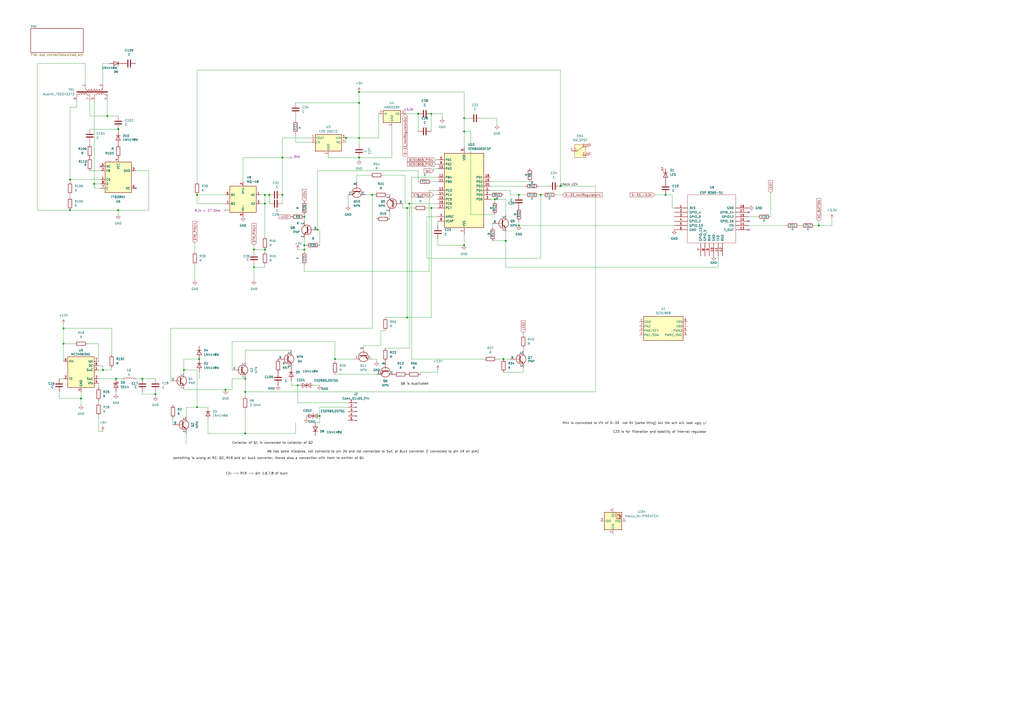
<source format=kicad_sch>
(kicad_sch (version 20250114) (generator "eeschema") (generator_version "9.0")
  (paper "A2")
  (junction (at 250.19 66.04))
  (junction (at 242.57 66.04))
  (junction (at 142.24 219.71))
  (junction (at 200.66 80.01))
  (junction (at 62.23 67.31))
  (junction (at 114.3 236.22))
  (junction (at 130.81 226.06))
  (junction (at 147.32 154.94))
  (junction (at 153.67 144.78))
  (junction (at 237.49 118.11))
  (junction (at 46.99 231.14))
  (junction (at 114.3 113.03))
  (junction (at 153.67 113.03))
  (junction (at 82.55 219.71))
  (junction (at 269.24 142.24))
  (junction (at 300.99 113.03))
  (junction (at 208.28 53.34))
  (junction (at 36.83 190.5))
  (junction (at 172.72 223.52))
  (junction (at 215.9 113.03))
  (junction (at 68.58 121.92))
  (junction (at 184.15 133.35))
  (junction (at 236.22 120.65))
  (junction (at 176.53 144.78))
  (junction (at 208.28 80.01))
  (junction (at 176.53 125.73))
  (junction (at 208.28 59.69))
  (junction (at 40.64 121.92))
  (junction (at 115.57 208.28))
  (junction (at 163.83 91.44))
  (junction (at 208.28 91.44))
  (junction (at 250.19 120.65))
  (junction (at 36.83 199.39))
  (junction (at 67.31 219.71))
  (junction (at 142.24 227.33))
  (junction (at 194.31 208.28))
  (junction (at 59.69 214.63))
  (junction (at 142.24 251.46))
  (junction (at 287.02 115.57))
  (junction (at 153.67 118.11))
  (junction (at 54.61 106.68))
  (junction (at 293.37 139.7))
  (junction (at 185.42 241.3))
  (junction (at 313.69 113.03))
  (junction (at 68.58 74.93))
  (junction (at 269.24 68.58))
  (junction (at 269.24 76.2))
  (junction (at 292.1 208.28))
  (junction (at 474.98 130.81))
  (junction (at 163.83 113.03))
  (junction (at 156.21 113.03))
  (junction (at 236.22 184.15))
  (junction (at 325.12 107.95))
  (junction (at 300.99 130.81))
  (junction (at 386.08 113.03))
  (junction (at 40.64 104.14))
  (junction (at 176.53 142.24))
  (junction (at 90.17 228.6))
  (junction (at 106.68 214.63))
  (junction (at 147.32 144.78))
  (no_connect (at 58.42 96.52))
  (no_connect (at 434.34 133.35))
  (no_connect (at 78.74 109.22))
  (no_connect (at 434.34 123.19))
  (no_connect (at 434.34 128.27))
  (wire (pts (xy 67.31 228.6) (xy 67.31 227.33)))
  (wire (pts (xy 185.42 236.22) (xy 185.42 241.3)))
  (wire (pts (xy 113.03 162.56) (xy 113.03 153.67)))
  (wire (pts (xy 279.4 68.58) (xy 288.29 68.58)))
  (wire (pts (xy 190.5 91.44) (xy 208.28 91.44)))
  (wire (pts (xy 82.55 219.71) (xy 90.17 219.71)))
  (wire (pts (xy 49.53 48.26) (xy 49.53 36.83)))
  (wire (pts (xy 78.74 99.06) (xy 86.36 99.06)))
  (wire (pts (xy 184.15 99.06) (xy 184.15 133.35)))
  (wire (pts (xy 208.28 53.34) (xy 269.24 53.34)))
  (wire (pts (xy 303.53 193.04) (xy 303.53 194.31)))
  (wire (pts (xy 314.96 113.03) (xy 313.69 113.03)))
  (wire (pts (xy 147.32 146.05) (xy 147.32 144.78)))
  (wire (pts (xy 303.53 201.93) (xy 303.53 203.2)))
  (wire (pts (xy 57.15 250.19) (xy 59.69 250.19)))
  (wire (pts (xy 43.18 199.39) (xy 36.83 199.39)))
  (wire (pts (xy 238.76 102.87) (xy 238.76 208.28)))
  (wire (pts (xy 176.53 144.78) (xy 176.53 146.05)))
  (wire (pts (xy 273.05 124.46) (xy 273.05 76.2)))
  (wire (pts (xy 64.77 205.74) (xy 64.77 190.5)))
  (wire (pts (xy 194.31 217.17) (xy 218.44 217.17)))
  (wire (pts (xy 114.3 214.63) (xy 106.68 214.63)))
  (wire (pts (xy 474.98 130.81) (xy 472.44 130.81)))
  (wire (pts (xy 134.62 214.63) (xy 134.62 198.12)))
  (wire (pts (xy 90.17 228.6) (xy 90.17 229.87)))
  (wire (pts (xy 184.15 99.06) (xy 242.57 99.06)))
  (wire (pts (xy 389.89 113.03) (xy 386.08 113.03)))
  (wire (pts (xy 106.68 208.28) (xy 106.68 214.63)))
  (wire (pts (xy 114.3 113.03) (xy 130.81 113.03)))
  (wire (pts (xy 166.37 91.44) (xy 163.83 91.44)))
  (wire (pts (xy 54.61 106.68) (xy 54.61 109.22)))
  (wire (pts (xy 300.99 113.03) (xy 295.91 113.03)))
  (wire (pts (xy 233.68 120.65) (xy 236.22 120.65)))
  (wire (pts (xy 250.19 120.65) (xy 254 120.65)))
  (wire (pts (xy 207.01 101.6) (xy 207.01 105.41)))
  (wire (pts (xy 46.99 227.33) (xy 46.99 231.14)))
  (wire (pts (xy 59.69 214.63) (xy 64.77 214.63)))
  (wire (pts (xy 57.15 224.79) (xy 57.15 222.25)))
  (wire (pts (xy 34.29 219.71) (xy 36.83 219.71)))
  (wire (pts (xy 172.72 233.68) (xy 172.72 223.52)))
  (wire (pts (xy 223.52 184.15) (xy 236.22 184.15)))
  (wire (pts (xy 247.65 125.73) (xy 247.65 149.86)))
  (wire (pts (xy 171.45 59.69) (xy 208.28 59.69)))
  (wire (pts (xy 142.24 219.71) (xy 142.24 227.33)))
  (wire (pts (xy 182.88 245.11) (xy 185.42 245.11)))
  (wire (pts (xy 242.57 76.2) (xy 242.57 66.04)))
  (wire (pts (xy 171.45 251.46) (xy 171.45 245.11)))
  (wire (pts (xy 168.91 223.52) (xy 172.72 223.52)))
  (wire (pts (xy 254 138.43) (xy 254 142.24)))
  (wire (pts (xy 208.28 53.34) (xy 208.28 59.69)))
  (wire (pts (xy 185.42 142.24) (xy 185.42 133.35)))
  (wire (pts (xy 416.56 148.59) (xy 416.56 154.94)))
  (wire (pts (xy 208.28 91.44) (xy 208.28 92.71)))
  (wire (pts (xy 52.07 74.93) (xy 68.58 74.93)))
  (wire (pts (xy 236.22 120.65) (xy 240.03 120.65)))
  (wire (pts (xy 44.45 58.42) (xy 44.45 62.23)))
  (wire (pts (xy 40.64 104.14) (xy 40.64 105.41)))
  (wire (pts (xy 234.95 118.11) (xy 237.49 118.11)))
  (wire (pts (xy 238.76 208.28) (xy 280.67 208.28)))
  (wire (pts (xy 312.42 113.03) (xy 313.69 113.03)))
  (wire (pts (xy 220.98 191.77) (xy 223.52 191.77)))
  (wire (pts (xy 389.89 120.65) (xy 391.16 120.65)))
  (wire (pts (xy 269.24 135.89) (xy 269.24 142.24)))
  (wire (pts (xy 171.45 82.55) (xy 180.34 82.55)))
  (wire (pts (xy 54.61 58.42) (xy 54.61 106.68)))
  (wire (pts (xy 194.31 208.28) (xy 194.31 209.55)))
  (wire (pts (xy 242.57 99.06) (xy 242.57 105.41)))
  (wire (pts (xy 287.02 124.46) (xy 273.05 124.46)))
  (wire (pts (xy 147.32 144.78) (xy 153.67 144.78)))
  (wire (pts (xy 106.68 214.63) (xy 106.68 215.9)))
  (wire (pts (xy 212.09 113.03) (xy 215.9 113.03)))
  (wire (pts (xy 176.53 142.24) (xy 176.53 138.43)))
  (wire (pts (xy 134.62 198.12) (xy 194.31 198.12)))
  (wire (pts (xy 106.68 208.28) (xy 115.57 208.28)))
  (wire (pts (xy 46.99 231.14) (xy 46.99 234.95)))
  (wire (pts (xy 67.31 219.71) (xy 71.12 219.71)))
  (wire (pts (xy 293.37 115.57) (xy 287.02 115.57)))
  (wire (pts (xy 247.65 149.86) (xy 313.69 149.86)))
  (wire (pts (xy 208.28 91.44) (xy 227.33 91.44)))
  (wire (pts (xy 207.01 101.6) (xy 214.63 101.6)))
  (wire (pts (xy 215.9 113.03) (xy 217.17 113.03)))
  (wire (pts (xy 190.5 90.17) (xy 190.5 91.44)))
  (wire (pts (xy 243.84 215.9) (xy 243.84 217.17)))
  (wire (pts (xy 62.23 67.31) (xy 68.58 67.31)))
  (wire (pts (xy 313.69 149.86) (xy 313.69 113.03)))
  (wire (pts (xy 215.9 113.03) (xy 215.9 190.5)))
  (wire (pts (xy 57.15 212.09) (xy 59.69 212.09)))
  (wire (pts (xy 86.36 99.06) (xy 86.36 121.92)))
  (wire (pts (xy 295.91 110.49) (xy 284.48 110.49)))
  (wire (pts (xy 223.52 201.93) (xy 237.49 201.93)))
  (wire (pts (xy 248.92 110.49) (xy 254 110.49)))
  (wire (pts (xy 176.53 157.48) (xy 248.92 157.48)))
  (wire (pts (xy 254 214.63) (xy 254 215.9)))
  (wire (pts (xy 325.12 107.95) (xy 345.44 107.95)))
  (wire (pts (xy 210.82 200.66) (xy 220.98 200.66)))
  (wire (pts (xy 176.53 125.73) (xy 176.53 128.27)))
  (wire (pts (xy 250.19 66.04) (xy 250.19 76.2)))
  (wire (pts (xy 140.97 105.41) (xy 140.97 91.44)))
  (wire (pts (xy 147.32 154.94) (xy 147.32 162.56)))
  (wire (pts (xy 222.25 101.6) (xy 234.95 101.6)))
  (wire (pts (xy 345.44 227.33) (xy 142.24 227.33)))
  (wire (pts (xy 237.49 201.93) (xy 237.49 118.11)))
  (wire (pts (xy 292.1 215.9) (xy 303.53 215.9)))
  (wire (pts (xy 44.45 62.23) (xy 40.64 62.23)))
  (wire (pts (xy 177.8 241.3) (xy 177.8 242.57)))
  (wire (pts (xy 57.15 233.68) (xy 57.15 232.41)))
  (wire (pts (xy 147.32 154.94) (xy 147.32 153.67)))
  (wire (pts (xy 226.06 113.03) (xy 224.79 113.03)))
  (wire (pts (xy 254 128.27) (xy 254 130.81)))
  (wire (pts (xy 434.34 125.73) (xy 439.42 125.73)))
  (wire (pts (xy 194.31 208.28) (xy 205.74 208.28)))
  (wire (pts (xy 474.98 128.27) (xy 474.98 130.81)))
  (wire (pts (xy 64.77 214.63) (xy 64.77 213.36)))
  (wire (pts (xy 163.83 80.01) (xy 163.83 91.44)))
  (wire (pts (xy 300.99 128.27) (xy 300.99 130.81)))
  (wire (pts (xy 285.75 132.08) (xy 285.75 129.54)))
  (wire (pts (xy 293.37 124.46) (xy 293.37 115.57)))
  (wire (pts (xy 293.37 154.94) (xy 293.37 139.7)))
  (wire (pts (xy 86.36 121.92) (xy 68.58 121.92)))
  (wire (pts (xy 389.89 120.65) (xy 389.89 113.03)))
  (wire (pts (xy 171.45 77.47) (xy 171.45 82.55)))
  (wire (pts (xy 59.69 36.83) (xy 59.69 48.26)))
  (wire (pts (xy 107.95 236.22) (xy 114.3 236.22)))
  (wire (pts (xy 142.24 227.33) (xy 142.24 229.87)))
  (wire (pts (xy 21.59 36.83) (xy 21.59 121.92)))
  (wire (pts (xy 201.93 233.68) (xy 172.72 233.68)))
  (wire (pts (xy 68.58 121.92) (xy 68.58 124.46)))
  (wire (pts (xy 482.6 127) (xy 482.6 130.81)))
  (wire (pts (xy 142.24 251.46) (xy 171.45 251.46)))
  (wire (pts (xy 46.99 231.14) (xy 34.29 231.14)))
  (wire (pts (xy 58.42 104.14) (xy 40.64 104.14)))
  (wire (pts (xy 271.78 68.58) (xy 269.24 68.58)))
  (wire (pts (xy 234.95 66.04) (xy 242.57 66.04)))
  (wire (pts (xy 58.42 99.06) (xy 52.07 99.06)))
  (wire (pts (xy 114.3 40.64) (xy 114.3 105.41)))
  (wire (pts (xy 78.74 219.71) (xy 82.55 219.71)))
  (wire (pts (xy 185.42 245.11) (xy 185.42 241.3)))
  (wire (pts (xy 273.05 76.2) (xy 269.24 76.2)))
  (wire (pts (xy 120.65 251.46) (xy 120.65 243.84)))
  (wire (pts (xy 288.29 68.58) (xy 288.29 72.39)))
  (wire (pts (xy 142.24 237.49) (xy 142.24 251.46)))
  (wire (pts (xy 185.42 133.35) (xy 184.15 133.35)))
  (wire (pts (xy 142.24 209.55) (xy 142.24 203.2)))
  (wire (pts (xy 153.67 118.11) (xy 153.67 137.16)))
  (wire (pts (xy 177.8 142.24) (xy 176.53 142.24)))
  (wire (pts (xy 312.42 107.95) (xy 317.5 107.95)))
  (wire (pts (xy 54.61 106.68) (xy 58.42 106.68)))
  (wire (pts (xy 434.34 130.81) (xy 455.93 130.81)))
  (wire (pts (xy 254 113.03) (xy 251.46 113.03)))
  (wire (pts (xy 325.12 40.64) (xy 325.12 107.95)))
  (wire (pts (xy 463.55 130.81) (xy 464.82 130.81)))
  (wire (pts (xy 52.07 67.31) (xy 62.23 67.31)))
  (wire (pts (xy 256.54 66.04) (xy 250.19 66.04)))
  (wire (pts (xy 293.37 134.62) (xy 293.37 139.7)))
  (wire (pts (xy 254 97.79) (xy 251.46 97.79)))
  (wire (pts (xy 220.98 191.77) (xy 220.98 200.66)))
  (wire (pts (xy 151.13 113.03) (xy 153.67 113.03)))
  (wire (pts (xy 172.72 144.78) (xy 176.53 144.78)))
  (wire (pts (xy 40.64 121.92) (xy 68.58 121.92)))
  (wire (pts (xy 238.76 102.87) (xy 254 102.87)))
  (wire (pts (xy 227.33 91.44) (xy 227.33 73.66)))
  (wire (pts (xy 300.99 113.03) (xy 304.8 113.03)))
  (wire (pts (xy 287.02 115.57) (xy 287.02 116.84)))
  (wire (pts (xy 218.44 208.28) (xy 218.44 209.55)))
  (wire (pts (xy 250.19 184.15) (xy 250.19 120.65)))
  (wire (pts (xy 201.93 236.22) (xy 185.42 236.22)))
  (wire (pts (xy 142.24 203.2) (xy 168.91 203.2)))
  (wire (pts (xy 151.13 118.11) (xy 153.67 118.11)))
  (wire (pts (xy 140.97 91.44) (xy 163.83 91.44)))
  (wire (pts (xy 208.28 83.82) (xy 208.28 80.01)))
  (wire (pts (xy 194.31 198.12) (xy 194.31 208.28)))
  (wire (pts (xy 233.68 120.65) (xy 233.68 118.11)))
  (wire (pts (xy 114.3 118.11) (xy 114.3 113.03)))
  (wire (pts (xy 57.15 214.63) (xy 59.69 214.63)))
  (wire (pts (xy 163.83 91.44) (xy 163.83 113.03)))
  (wire (pts (xy 134.62 226.06) (xy 134.62 219.71)))
  (wire (pts (xy 269.24 76.2) (xy 269.24 68.58)))
  (wire (pts (xy 153.67 154.94) (xy 153.67 153.67)))
  (wire (pts (xy 57.15 199.39) (xy 57.15 209.55)))
  (wire (pts (xy 36.83 190.5) (xy 36.83 199.39)))
  (wire (pts (xy 300.99 130.81) (xy 391.16 130.81)))
  (wire (pts (xy 49.53 36.83) (xy 21.59 36.83)))
  (wire (pts (xy 153.67 144.78) (xy 153.67 146.05)))
  (wire (pts (xy 269.24 76.2) (xy 269.24 85.09)))
  (wire (pts (xy 52.07 58.42) (xy 52.07 67.31)))
  (wire (pts (xy 62.23 58.42) (xy 62.23 67.31)))
  (wire (pts (xy 59.69 36.83) (xy 63.5 36.83)))
  (wire (pts (xy 40.64 62.23) (xy 40.64 104.14)))
  (wire (pts (xy 52.07 82.55) (xy 52.07 83.82)))
  (wire (pts (xy 168.91 220.98) (xy 168.91 223.52)))
  (wire (pts (xy 57.15 241.3) (xy 57.15 250.19)))
  (wire (pts (xy 176.53 142.24) (xy 176.53 144.78)))
  (wire (pts (xy 288.29 208.28) (xy 292.1 208.28)))
  (wire (pts (xy 36.83 187.96) (xy 36.83 190.5)))
  (wire (pts (xy 304.8 107.95) (xy 284.48 107.95)))
  (wire (pts (xy 285.75 139.7) (xy 293.37 139.7)))
  (wire (pts (xy 82.55 227.33) (xy 82.55 228.6)))
  (wire (pts (xy 21.59 121.92) (xy 40.64 121.92)))
  (wire (pts (xy 236.22 184.15) (xy 236.22 120.65)))
  (wire (pts (xy 200.66 80.01) (xy 200.66 82.55)))
  (wire (pts (xy 226.06 127) (xy 226.06 123.19)))
  (wire (pts (xy 113.03 146.05) (xy 113.03 140.97)))
  (wire (pts (xy 176.53 153.67) (xy 176.53 157.48)))
  (wire (pts (xy 176.53 124.46) (xy 176.53 125.73)))
  (wire (pts (xy 201.93 113.03) (xy 201.93 119.38)))
  (wire (pts (xy 208.28 59.69) (xy 208.28 80.01)))
  (wire (pts (xy 153.67 113.03) (xy 153.67 118.11)))
  (wire (pts (xy 218.44 208.28) (xy 215.9 208.28)))
  (wire (pts (xy 247.65 120.65) (xy 250.19 120.65)))
  (wire (pts (xy 237.49 118.11) (xy 254 118.11)))
  (wire (pts (xy 287.02 115.57) (xy 284.48 115.57)))
  (wire (pts (xy 36.83 199.39) (xy 36.83 209.55)))
  (wire (pts (xy 185.42 223.52) (xy 181.61 223.52)))
  (wire (pts (xy 58.42 109.22) (xy 54.61 109.22)))
  (wire (pts (xy 284.48 105.41) (xy 307.34 105.41)))
  (wire (pts (xy 114.3 118.11) (xy 130.81 118.11)))
  (wire (pts (xy 107.95 251.46) (xy 107.95 257.81)))
  (wire (pts (xy 106.68 226.06) (xy 130.81 226.06)))
  (wire (pts (xy 34.29 227.33) (xy 34.29 231.14)))
  (wire (pts (xy 147.32 144.78) (xy 147.32 142.24)))
  (wire (pts (xy 251.46 97.79) (xy 251.46 99.06)))
  (wire (pts (xy 130.81 226.06) (xy 134.62 226.06)))
  (wire (pts (xy 171.45 67.31) (xy 171.45 69.85)))
  (wire (pts (xy 172.72 223.52) (xy 173.99 223.52)))
  (wire (pts (xy 379.73 113.03) (xy 386.08 113.03)))
  (wire (pts (xy 345.44 107.95) (xy 345.44 227.33)))
  (wire (pts (xy 163.83 80.01) (xy 180.34 80.01)))
  (wire (pts (xy 134.62 219.71) (xy 142.24 219.71)))
  (wire (pts (xy 147.32 154.94) (xy 153.67 154.94)))
  (wire (pts (xy 252.73 92.71) (xy 254 92.71)))
  (wire (pts (xy 57.15 199.39) (xy 50.8 199.39)))
  (wire (pts (xy 247.65 125.73) (xy 254 125.73)))
  (wire (pts (xy 107.95 241.3) (xy 107.95 236.22)))
  (wire (pts (xy 322.58 113.03) (xy 326.39 113.03)))
  (wire (pts (xy 269.24 142.24) (xy 254 142.24)))
  (wire (pts (xy 236.22 184.15) (xy 250.19 184.15)))
  (wire (pts (xy 292.1 208.28) (xy 295.91 208.28)))
  (wire (pts (xy 57.15 219.71) (xy 67.31 219.71)))
  (wire (pts (xy 447.04 111.76) (xy 447.04 125.73)))
  (wire (pts (xy 163.83 113.03) (xy 163.83 118.11)))
  (wire (pts (xy 248.92 157.48) (xy 248.92 110.49)))
  (wire (pts (xy 269.24 68.58) (xy 269.24 53.34)))
  (wire (pts (xy 120.65 251.46) (xy 142.24 251.46)))
  (wire (pts (xy 99.06 190.5) (xy 215.9 190.5)))
  (wire (pts (xy 208.28 80.01) (xy 219.71 80.01)))
  (wire (pts (xy 90.17 227.33) (xy 90.17 228.6)))
  (wire (pts (xy 295.91 113.03) (xy 295.91 110.49)))
  (wire (pts (xy 234.95 101.6) (xy 234.95 118.11)))
  (wire (pts (xy 256.54 68.58) (xy 256.54 66.04)))
  (wire (pts (xy 114.3 236.22) (xy 120.65 236.22)))
  (wire (pts (xy 99.06 190.5) (xy 99.06 220.98)))
  (wire (pts (xy 115.57 219.71) (xy 115.57 215.9)))
  (wire (pts (xy 416.56 154.94) (xy 293.37 154.94)))
  (wire (pts (xy 153.67 113.03) (xy 156.21 113.03)))
  (wire (pts (xy 219.71 80.01) (xy 219.71 66.04)))
  (wire (pts (xy 482.6 130.81) (xy 474.98 130.81)))
  (wire (pts (xy 200.66 80.01) (xy 208.28 80.01)))
  (wire (pts (xy 40.64 114.3) (xy 40.64 113.03)))
  (wire (pts (xy 64.77 190.5) (xy 36.83 190.5)))
  (wire (pts (xy 114.3 236.22) (xy 114.3 214.63)))
  (wire (pts (xy 252.73 95.25) (xy 254 95.25)))
  (wire (pts (xy 325.12 40.64) (xy 114.3 40.64)))
  (wire (pts (xy 59.69 212.09) (xy 59.69 214.63)))
  (wire (pts (xy 254 215.9) (xy 243.84 215.9)))
  (wire (pts (xy 100.33 242.57) (xy 100.33 246.38)))
  (wire (pts (xy 303.53 215.9) (xy 303.53 213.36)))
  (wire (pts (xy 68.58 74.93) (xy 68.58 76.2)))
  (wire (pts (xy 250.19 105.41) (xy 254 105.41)))
  (wire (pts (xy 156.21 113.03) (xy 156.21 118.11)))
  (wire (pts (xy 82.55 228.6) (xy 90.17 228.6)))
  (label "R6 has some mistakes. not connectd to pin 20 and not connected to SwC of Buck converter (i connected to pin 19 on stm)" (at 154.94 262.89 0))
  (label "R44 is connceted to Vin of 5-33  not 5V (same thing) but the sch will look ugly :{slash}" (at 326.39 246.38 0))
  (label "check c24" (at 325.12 107.95 0))
  (label "Q6 is duplicated" (at 232.41 223.52 0))
  (label "12v -> R19 -> pin 1,6,7,8 of buck" (at 130.81 275.59 0))
  (label "Collector of Q1 is connected to collector of Q2" (at 134.62 257.81 0))
  (label "C23 is for filteration and stability of internal regulator" (at 355.6 251.46 0))
  (label "something is wrong at R2, Q2, R19 and all buck converter, theres also a connection with them to emitter of Q4" (at 100.33 266.7 0))
  (global_label "LED2" (shape input) (at 168.91 125.73 180) (property "Intersheetrefs" "${INTERSHEET_REFS}" (effects (hide yes))))
  (global_label "STM_PIN14" (shape input) (at 113.03 140.97 90) (property "Intersheetrefs" "${INTERSHEET_REFS}" (effects (hide yes))))
  (global_label "LED2" (shape input) (at 303.53 193.04 90) (property "Intersheetrefs" "${INTERSHEET_REFS}" (effects (hide yes))))
  (global_label "STM_PIN14" (shape input) (at 147.32 142.24 90) (property "Intersheetrefs" "${INTERSHEET_REFS}" (effects (hide yes))))
  (global_label "LED4" (shape input) (at 176.53 116.84 90) (property "Intersheetrefs" "${INTERSHEET_REFS}" (effects (hide yes))))
  (global_label "LED7" (shape input) (at 447.04 111.76 90) (property "Intersheetrefs" "${INTERSHEET_REFS}" (effects (hide yes))))
  (global_label "SC5180B_PIN2" (shape input) (at 252.73 95.25 180) (property "Intersheetrefs" "${INTERSHEET_REFS}" (effects (hide yes))))
  (global_label "tp1" (shape input) (at 251.46 99.06 180) (property "Intersheetrefs" "${INTERSHEET_REFS}" (effects (hide yes))))
  (global_label "STM_PIN14" (shape input) (at 251.46 113.03 180) (property "Intersheetrefs" "${INTERSHEET_REFS}" (effects (hide yes))))
  (global_label "SC5180B_PIN4" (shape input) (at 252.73 92.71 180) (property "Intersheetrefs" "${INTERSHEET_REFS}" (effects (hide yes))))
  (global_label "5-33_+3.3V" (shape input) (at 379.73 113.03 180) (property "Intersheetrefs" "${INTERSHEET_REFS}" (effects (hide yes))))
  (global_label "5-33_VoltRegulatorIn" (shape input) (at 326.39 113.03 0) (property "Intersheetrefs" "${INTERSHEET_REFS}" (effects (hide yes))))
  (global_label "5-33_VoltRegulatorOut" (shape input) (at 234.95 66.04 270) (property "Intersheetrefs" "${INTERSHEET_REFS}" (effects (hide yes))))
  (global_label "NC_BUTTON" (shape input) (at 474.98 128.27 90) (property "Intersheetrefs" "${INTERSHEET_REFS}" (effects (hide yes))))
  (netclass_flag "" (length 2.54) (shape round) (at 133.35 121.92 90) (property "Netclass" "R_in = 27 Ohm" (at 112.776 122.174 0) (effects (justify left))))
  (netclass_flag "" (length 2.54) (shape round) (at 234.95 66.04 0) (property "Netclass" "3.3V" (at 235.6485 63.5 0) (effects (justify left))))
  (netclass_flag "" (length 2.54) (shape round) (at 166.37 91.44 270) (property "Netclass" "5VA" (at 170.434 90.932 0) (effects (justify left))))
  (symbol (lib_id "Device:R") (at 52.07 95.25 180) (unit 1)
    (property "Reference" "R110" (at 45.466 93.726 0) (effects (justify right)))
    (property "Value" "R" (at 48.768 95.758 0) (effects (justify right)))
    (property "Description" "Resistor" (effects (hide yes)))
  )
  (symbol (lib_id "power:GND") (at 177.8 242.57 0) (unit 1)
    (property "Reference" "#PWR016" (effects (hide yes)))
    (property "Value" "GND" (at 180.848 244.602 0))
    (property "Description" "Power symbol creates a global label with name \"GND\" , ground" (effects (hide yes)))
  )
  (symbol (lib_id "Device:R") (at 64.77 209.55 0) (unit 1)
    (property "Reference" "R19?" (at 67.31 208.2799 0) (effects (justify left)))
    (property "Value" "R" (at 67.31 210.8199 0) (effects (justify left)))
    (property "Description" "Resistor" (effects (hide yes)))
  )
  (symbol (lib_id "Diode:1N4148W") (at 68.58 80.01 270) (unit 1)
    (property "Reference" "D10" (at 71.12 78.7399 90) (effects (justify left)))
    (property "Value" "1N4148W" (at 71.12 81.026 90) (effects (justify left)))
    (property "Footprint" "Diode_SMD:D_SOD-123" (effects (hide yes)))
    (property "Datasheet" "https://www.vishay.com/docs/85748/1n4148w.pdf" (effects (hide yes)))
    (property "Description" "75V 0.15A Fast Switching Diode, SOD-123" (effects (hide yes)))
    (property "Sim.Device" "D" (effects (hide yes)))
    (property "Sim.Pins" "1=K 2=A" (effects (hide yes)))
  )
  (symbol (lib_id "power:GND") (at 130.81 226.06 0) (unit 1)
    (property "Reference" "#PWR02" (effects (hide yes)))
    (property "Value" "GND" (at 130.81 231.14 0))
    (property "Description" "Power symbol creates a global label with name \"GND\" , ground" (effects (hide yes)))
  )
  (symbol (lib_id "Simulation_SPICE:PNP") (at 300.99 208.28 0) (unit 1)
    (property "Reference" "Q7" (at 306.07 207.518 0) (effects (justify left)))
    (property "Value" "PNP" (at 306.07 209.5499 0) (effects (justify left)))
    (property "Datasheet" "https://ngspice.sourceforge.io/docs/ngspice-html-manual/manual.xhtml#cha_BJTs" (effects (hide yes)))
    (property "Description" "Bipolar transistor symbol for simulation only, substrate tied to the emitter" (effects (hide yes)))
    (property "Sim.Device" "PNP" (effects (hide yes)))
    (property "Sim.Type" "GUMMELPOON" (effects (hide yes)))
    (property "Sim.Pins" "1=C 2=B 3=E" (effects (hide yes)))
  )
  (symbol (lib_id "Device:R") (at 57.15 237.49 0) (unit 1)
    (property "Reference" "R28" (at 59.69 236.2199 0) (effects (justify left)))
    (property "Value" "R" (at 59.69 238.7599 0) (effects (justify left)))
    (property "Description" "Resistor" (effects (hide yes)))
  )
  (symbol (lib_id "Device:R") (at 46.99 199.39 90) (unit 1)
    (property "Reference" "R19" (at 46.99 193.04 90))
    (property "Value" "R" (at 46.99 195.58 90))
    (property "Description" "Resistor" (effects (hide yes)))
  )
  (symbol (lib_id "MCU_ST_STM8:STM8S003F3P") (at 269.24 110.49 0) (unit 1)
    (property "Reference" "U10" (at 271.3833 83.82 0) (effects (justify left)))
    (property "Value" "STM8S003F3P" (at 271.3833 86.36 0) (effects (justify left)))
    (property "Footprint" "Package_SO:TSSOP-20_4.4x6.5mm_P0.65mm" (effects (hide yes)))
    (property "Datasheet" "http://www.st.com/st-web-ui/static/active/en/resource/technical/document/datasheet/DM00024550.pdf" (effects (hide yes)))
    (property "Description" "16MHz, 8K Flash, 1K RAM, 128 EEPROM, USART, I²C, SPI, TSSOP-20" (effects (hide yes)))
  )
  (symbol (lib_id "power:GND") (at 208.28 92.71 0) (unit 1)
    (property "Reference" "#PWR010" (effects (hide yes)))
    (property "Value" "GND" (at 208.28 97.79 0))
    (property "Description" "Power symbol creates a global label with name \"GND\" , ground" (effects (hide yes)))
  )
  (symbol (lib_id "Regulator_Switching:MC34063AD") (at 46.99 214.63 0) (unit 1)
    (property "Reference" "U5" (at 46.99 203.2 0))
    (property "Value" "MC34063AG" (at 46.736 205.486 0))
    (property "Footprint" "Package_SO:SOIC-8_3.9x4.9mm_P1.27mm" (effects (hide yes)))
    (property "Datasheet" "http://www.onsemi.com/pub_link/Collateral/MC34063A-D.PDF" (effects (hide yes)))
    (property "Description" "1.5A, step-up/down/inverting switching regulator, 3-40V Vin, 100kHz, SO-8" (effects (hide yes)))
  )
  (symbol (lib_id "Device:C") (at 90.17 223.52 0) (unit 1)
    (property "Reference" "C18" (at 93.98 222.2499 0) (effects (justify left)))
    (property "Value" "C" (at 93.98 224.7899 0) (effects (justify left)))
    (property "Description" "Unpolarized capacitor" (effects (hide yes)))
  )
  (symbol (lib_id "Device:R") (at 318.77 113.03 90) (unit 1)
    (property "Reference" "R44" (at 318.77 113.03 90))
    (property "Value" "R" (at 318.77 115.316 90))
    (property "Description" "Resistor" (effects (hide yes)))
  )
  (symbol (lib_id "Device:R") (at 232.41 217.17 90) (unit 1)
    (property "Reference" "R13" (at 232.41 210.82 90))
    (property "Value" "R" (at 232.41 213.36 90))
    (property "Description" "Resistor" (effects (hide yes)))
  )
  (symbol (lib_id "Diode:ESD9B5.0ST5G") (at 177.8 223.52 0) (unit 1)
    (property "Reference" "ESD1" (at 174.498 220.472 0))
    (property "Value" "ESD9B5.0ST5G" (at 189.23 220.726 0))
    (property "Footprint" "Diode_SMD:D_SOD-923" (effects (hide yes)))
    (property "Datasheet" "https://www.onsemi.com/pub/Collateral/ESD9B-D.PDF" (effects (hide yes)))
    (property "Description" "ESD protection diode, 5.0Vrwm, SOD-923" (effects (hide yes)))
  )
  (symbol (lib_name "MQ-6_1") (lib_id "Sensor_Gas:MQ-6") (at 140.97 115.57 0) (unit 1)
    (property "Reference" "U8" (at 143.1133 102.87 0) (effects (justify left)))
    (property "Value" "MQ-4B" (at 143.1133 105.41 0) (effects (justify left)))
    (property "Footprint" "Sensor:MQ-6" (effects (hide yes)))
    (property "Datasheet" "https://www.winsen-sensor.com/d/files/semiconductor/mq-6.pdf" (effects (hide yes)))
    (property "Description" "Semiconductor Sensor for Flammable Gas" (effects (hide yes)))
  )
  (symbol (lib_id "Device:R") (at 287.02 120.65 180) (unit 1)
    (property "Reference" "R43" (at 287.02 120.65 90))
    (property "Value" "R" (at 284.988 120.65 90))
    (property "Description" "Resistor" (effects (hide yes)))
  )
  (symbol (lib_id "Device:R") (at 443.23 125.73 90) (unit 1)
    (property "Reference" "R38" (at 443.23 125.73 90))
    (property "Value" "R" (at 443.23 128.016 90))
    (property "Description" "Resistor" (effects (hide yes)))
  )
  (symbol (lib_id "Device:C") (at 161.29 219.71 0) (unit 1)
    (property "Reference" "C109" (at 153.416 218.694 0) (effects (justify left)))
    (property "Value" "C" (at 165.1 220.9799 0) (effects (justify left)))
    (property "Description" "Unpolarized capacitor" (effects (hide yes)))
  )
  (symbol (lib_id "Device:R") (at 284.48 208.28 90) (unit 1)
    (property "Reference" "R37" (at 284.48 201.93 90))
    (property "Value" "R" (at 284.48 204.47 90))
    (property "Description" "Resistor" (effects (hide yes)))
  )
  (symbol (lib_id "power:GND") (at 288.29 72.39 0) (unit 1)
    (property "Reference" "#PWR014" (effects (hide yes)))
    (property "Value" "GND" (at 288.29 77.47 0))
    (property "Description" "Power symbol creates a global label with name \"GND\" , ground" (effects (hide yes)))
  )
  (symbol (lib_id "Device:C") (at 246.38 66.04 90) (unit 1)
    (property "Reference" "C38" (at 246.38 58.42 90))
    (property "Value" "C" (at 246.38 60.96 90))
    (property "Description" "Unpolarized capacitor" (effects (hide yes)))
  )
  (symbol (lib_id "Diode:1N4148W") (at 115.57 212.09 270) (unit 1)
    (property "Reference" "D2" (at 118.11 210.8199 90) (effects (justify left)))
    (property "Value" "1N4148W" (at 118.11 213.3599 90) (effects (justify left)))
    (property "Footprint" "Diode_SMD:D_SOD-123" (effects (hide yes)))
    (property "Datasheet" "https://www.vishay.com/docs/85748/1n4148w.pdf" (effects (hide yes)))
    (property "Description" "75V 0.15A Fast Switching Diode, SOD-123" (effects (hide yes)))
    (property "Sim.Device" "D" (effects (hide yes)))
    (property "Sim.Pins" "1=K 2=A" (effects (hide yes)))
  )
  (symbol (lib_id "Device:R") (at 285.75 135.89 0) (unit 1)
    (property "Reference" "R47" (at 285.75 137.668 90) (effects (justify left)))
    (property "Value" "R" (at 283.718 136.398 90) (effects (justify left)))
    (property "Description" "Resistor" (effects (hide yes)))
  )
  (symbol (lib_id "power:GND") (at 269.24 142.24 0) (unit 1)
    (property "Reference" "#PWR04" (effects (hide yes)))
    (property "Value" "GND" (at 269.24 147.32 0))
    (property "Description" "Power symbol creates a global label with name \"GND\" , ground" (effects (hide yes)))
  )
  (symbol (lib_id "Simulation_SPICE:NPN") (at 139.7 214.63 0) (unit 1)
    (property "Reference" "Q3" (at 146.05 214.63 90))
    (property "Value" "NPN" (at 148.59 214.63 90))
    (property "Datasheet" "https://ngspice.sourceforge.io/docs/ngspice-html-manual/manual.xhtml#cha_BJTs" (effects (hide yes)))
    (property "Description" "Bipolar transistor symbol for simulation only, substrate tied to the emitter" (effects (hide yes)))
    (property "Sim.Device" "NPN" (effects (hide yes)))
    (property "Sim.Type" "GUMMELPOON" (effects (hide yes)))
    (property "Sim.Pins" "1=C 2=B 3=E" (effects (hide yes)))
  )
  (symbol (lib_id "Device:R") (at 308.61 113.03 90) (unit 1)
    (property "Reference" "R48" (at 308.61 113.03 90))
    (property "Value" "R" (at 308.61 115.316 90))
    (property "Description" "Resistor" (effects (hide yes)))
  )
  (symbol (lib_id "Diode:1N4148W") (at 115.57 204.47 270) (unit 1)
    (property "Reference" "D4" (at 118.11 203.1999 90) (effects (justify left)))
    (property "Value" "1N4148W" (at 118.11 205.7399 90) (effects (justify left)))
    (property "Footprint" "Diode_SMD:D_SOD-123" (effects (hide yes)))
    (property "Datasheet" "https://www.vishay.com/docs/85748/1n4148w.pdf" (effects (hide yes)))
    (property "Description" "75V 0.15A Fast Switching Diode, SOD-123" (effects (hide yes)))
    (property "Sim.Device" "D" (effects (hide yes)))
    (property "Sim.Pins" "1=K 2=A" (effects (hide yes)))
  )
  (symbol (lib_id "power:GND") (at 147.32 162.56 0) (unit 1)
    (property "Reference" "#PWR06" (effects (hide yes)))
    (property "Value" "GND" (at 147.32 167.64 0))
    (property "Description" "Power symbol creates a global label with name \"GND\" , ground" (effects (hide yes)))
  )
  (symbol (lib_id "Device:C") (at 246.38 76.2 90) (unit 1)
    (property "Reference" "C28" (at 246.38 68.58 90))
    (property "Value" "C" (at 246.38 71.12 90))
    (property "Description" "Unpolarized capacitor" (effects (hide yes)))
  )
  (symbol (lib_id "Device:R") (at 100.33 238.76 0) (unit 1)
    (property "Reference" "R2" (at 102.87 237.4899 0) (effects (justify left)))
    (property "Value" "R" (at 102.87 240.0299 0) (effects (justify left)))
    (property "Description" "Resistor" (effects (hide yes)))
  )
  (symbol (lib_id "Device:R") (at 292.1 212.09 0) (unit 1)
    (property "Reference" "R34" (at 294.64 210.8199 0) (effects (justify left)))
    (property "Value" "R" (at 294.64 213.3599 0) (effects (justify left)))
    (property "Description" "Resistor" (effects (hide yes)))
  )
  (symbol (lib_id "Simulation_SPICE:NPN") (at 223.52 214.63 270) (unit 1)
    (property "Reference" "Q6" (at 223.52 220.98 90))
    (property "Value" "NPN" (at 223.52 223.52 90))
    (property "Datasheet" "https://ngspice.sourceforge.io/docs/ngspice-html-manual/manual.xhtml#cha_BJTs" (effects (hide yes)))
    (property "Description" "Bipolar transistor symbol for simulation only, substrate tied to the emitter" (effects (hide yes)))
    (property "Sim.Device" "NPN" (effects (hide yes)))
    (property "Sim.Type" "GUMMELPOON" (effects (hide yes)))
    (property "Sim.Pins" "1=C 2=B 3=E" (effects (hide yes)))
  )
  (symbol (lib_id "Simulation_SPICE:NPN") (at 166.37 208.28 0) (unit 1)
    (property "Reference" "Q4" (at 173.99 209.55 0))
    (property "Value" "NPN" (at 173.99 207.01 0))
    (property "Datasheet" "https://ngspice.sourceforge.io/docs/ngspice-html-manual/manual.xhtml#cha_BJTs" (effects (hide yes)))
    (property "Description" "Bipolar transistor symbol for simulation only, substrate tied to the emitter" (effects (hide yes)))
    (property "Sim.Device" "NPN" (effects (hide yes)))
    (property "Sim.Type" "GUMMELPOON" (effects (hide yes)))
    (property "Sim.Pins" "1=C 2=B 3=E" (effects (hide yes)))
  )
  (symbol (lib_id "Simulation_SPICE:NPN") (at 228.6 118.11 180) (unit 1)
    (property "Reference" "Q5" (at 223.52 116.8399 0) (effects (justify left)))
    (property "Value" "NPN" (at 223.52 119.3799 0) (effects (justify left)))
    (property "Datasheet" "https://ngspice.sourceforge.io/docs/ngspice-html-manual/manual.xhtml#cha_BJTs" (effects (hide yes)))
    (property "Description" "Bipolar transistor symbol for simulation only, substrate tied to the emitter" (effects (hide yes)))
    (property "Sim.Device" "NPN" (effects (hide yes)))
    (property "Sim.Type" "GUMMELPOON" (effects (hide yes)))
    (property "Sim.Pins" "1=C 2=B 3=E" (effects (hide yes)))
  )
  (symbol (lib_id "Device:C") (at 171.45 63.5 0) (unit 1)
    (property "Reference" "C34" (at 175.26 62.2299 0) (effects (justify left)))
    (property "Value" "C" (at 175.26 64.7699 0) (effects (justify left)))
    (property "Description" "Unpolarized capacitor" (effects (hide yes)))
  )
  (symbol (lib_id "Device:C") (at 275.59 68.58 90) (unit 1)
    (property "Reference" "C22" (at 275.59 60.96 90))
    (property "Value" "C" (at 275.59 63.5 90))
    (property "Description" "Unpolarized capacitor" (effects (hide yes)))
  )
  (symbol (lib_id "Device:R") (at 153.67 140.97 180) (unit 1)
    (property "Reference" "R46" (at 156.21 139.6999 0) (effects (justify right)))
    (property "Value" "R" (at 156.21 142.2399 0) (effects (justify right)))
    (property "Description" "Resistor" (effects (hide yes)))
  )
  (symbol (lib_id "Diode:1N4148W") (at 67.31 36.83 180) (unit 1)
    (property "Reference" "D6" (at 68.58 41.656 0) (effects (justify left)))
    (property "Value" "1N4148W" (at 68.072 39.37 0) (effects (justify left)))
    (property "Footprint" "Diode_SMD:D_SOD-123" (effects (hide yes)))
    (property "Datasheet" "https://www.vishay.com/docs/85748/1n4148w.pdf" (effects (hide yes)))
    (property "Description" "75V 0.15A Fast Switching Diode, SOD-123" (effects (hide yes)))
    (property "Sim.Device" "D" (effects (hide yes)))
    (property "Sim.Pins" "1=K 2=A" (effects (hide yes)))
  )
  (symbol (lib_id "Device:R") (at 68.58 87.63 180) (unit 1)
    (property "Reference" "R103" (at 66.04 88.9001 0) (effects (justify left)))
    (property "Value" "R" (at 66.04 86.3601 0) (effects (justify left)))
    (property "Description" "Resistor" (effects (hide yes)))
  )
  (symbol (lib_id "Device:C") (at 208.28 87.63 0) (unit 1)
    (property "Reference" "C27" (at 214.376 87.63 90))
    (property "Value" "C" (at 211.836 87.63 90))
    (property "Description" "Unpolarized capacitor" (effects (hide yes)))
  )
  (symbol (lib_id "Device:R") (at 181.61 142.24 90) (unit 1)
    (property "Reference" "R36" (at 181.61 142.24 90))
    (property "Value" "R" (at 181.61 138.43 90))
    (property "Description" "Resistor" (effects (hide yes)))
  )
  (symbol (lib_id "Device:C") (at 82.55 223.52 180) (unit 1)
    (property "Reference" "C17" (at 76.2 222.504 0) (effects (justify right)))
    (property "Value" "C" (at 77.978 224.536 0) (effects (justify right)))
    (property "Description" "Unpolarized capacitor" (effects (hide yes)))
  )
  (symbol (lib_id "Device:R") (at 40.64 109.22 180) (unit 1)
    (property "Reference" "R106" (at 43.18 107.9499 0) (effects (justify right)))
    (property "Value" "R" (at 43.18 110.4899 0) (effects (justify right)))
    (property "Description" "Resistor" (effects (hide yes)))
  )
  (symbol (lib_id "Diode:1N4148W") (at 182.88 248.92 270) (mirror x) (unit 1)
    (property "Reference" "D8" (at 185.42 250.1901 90) (effects (justify left)))
    (property "Value" "1N4148W" (at 189.484 250.698 90) (effects (justify left)))
    (property "Footprint" "Diode_SMD:D_SOD-123" (effects (hide yes)))
    (property "Datasheet" "https://www.vishay.com/docs/85748/1n4148w.pdf" (effects (hide yes)))
    (property "Description" "75V 0.15A Fast Switching Diode, SOD-123" (effects (hide yes)))
    (property "Sim.Device" "D" (effects (hide yes)))
    (property "Sim.Pins" "1=K 2=A" (effects (hide yes)))
  )
  (symbol (lib_id "power:GND") (at 256.54 68.58 0) (unit 1)
    (property "Reference" "#PWR015" (effects (hide yes)))
    (property "Value" "GND" (at 256.54 73.66 0))
    (property "Description" "Power symbol creates a global label with name \"GND\" , ground" (effects (hide yes)))
  )
  (symbol (lib_id "Device:R") (at 161.29 212.09 0) (mirror y) (unit 1)
    (property "Reference" "R57" (at 163.83 213.3601 0) (effects (justify right)))
    (property "Value" "R" (at 163.83 210.8201 0) (effects (justify right)))
    (property "Description" "Resistor" (effects (hide yes)))
  )
  (symbol (lib_id "Device:R") (at 468.63 130.81 90) (unit 1)
    (property "Reference" "R52" (at 468.63 130.81 90))
    (property "Value" "R" (at 468.63 133.096 90))
    (property "Description" "Resistor" (effects (hide yes)))
  )
  (symbol (lib_id "power:GND") (at 67.31 228.6 0) (unit 1)
    (property "Reference" "#PWR017" (effects (hide yes)))
    (property "Value" "GND" (at 67.31 233.68 0))
    (property "Description" "Power symbol creates a global label with name \"GND\" , ground" (effects (hide yes)))
  )
  (symbol (lib_id "power:GND") (at 161.29 223.52 0) (unit 1)
    (property "Reference" "#PWR012" (effects (hide yes)))
    (property "Value" "GND" (at 157.48 225.298 0))
    (property "Description" "Power symbol creates a global label with name \"GND\" , ground" (effects (hide yes)))
  )
  (symbol (lib_id "Regulator_Linear:LP2985-1.8") (at 190.5 82.55 0) (unit 1)
    (property "Reference" "U3" (at 190.5 73.66 0))
    (property "Value" "LPS DOCY2" (at 190.5 76.2 0))
    (property "Footprint" "Package_TO_SOT_SMD:SOT-23-5" (effects (hide yes)))
    (property "Datasheet" "https://static.chipdip.ru/lib/152/DOC013152535.pdf" (effects (hide yes)))
    (property "Description" "150mA 16V Low-noise Low-dropout Regulator With Shutdown, 1.8V output voltage, SOT-23-5" (effects (hide yes)))
  )
  (symbol (lib_id "Device:R") (at 246.38 105.41 90) (unit 1)
    (property "Reference" "R31" (at 246.38 105.41 90))
    (property "Value" "R" (at 246.38 101.6 90))
    (property "Description" "Resistor" (effects (hide yes)))
  )
  (symbol (lib_id "Device:R") (at 303.53 198.12 180) (unit 1)
    (property "Reference" "R10" (at 306.07 196.8499 0) (effects (justify right)))
    (property "Value" "R" (at 306.07 199.3899 0) (effects (justify right)))
    (property "Description" "Resistor" (effects (hide yes)))
  )
  (symbol (lib_id "Device:C") (at 34.29 223.52 180) (unit 1)
    (property "Reference" "C16" (at 27.94 222.504 0) (effects (justify right)))
    (property "Value" "C" (at 29.718 224.536 0) (effects (justify right)))
    (property "Description" "Unpolarized capacitor" (effects (hide yes)))
  )
  (symbol (lib_id "power:GND") (at 68.58 124.46 0) (unit 1)
    (property "Reference" "#PWR05" (effects (hide yes)))
    (property "Value" "GND" (at 68.58 129.54 0))
    (property "Description" "Power symbol creates a global label with name \"GND\" , ground" (effects (hide yes)))
  )
  (symbol (lib_id "Device:R") (at 243.84 120.65 90) (unit 1)
    (property "Reference" "R24" (at 243.84 114.3 90))
    (property "Value" "R" (at 243.84 116.84 90))
    (property "Description" "Resistor" (effects (hide yes)))
  )
  (symbol (lib_id "Diode:ESD9B5.0ST5G") (at 181.61 241.3 0) (unit 1)
    (property "Reference" "ESD2" (at 178.308 238.252 0))
    (property "Value" "ESD9B5.0ST5G" (at 193.04 238.506 0))
    (property "Footprint" "Diode_SMD:D_SOD-923" (effects (hide yes)))
    (property "Datasheet" "https://www.onsemi.com/pub/Collateral/ESD9B-D.PDF" (effects (hide yes)))
    (property "Description" "ESD protection diode, 5.0Vrwm, SOD-923" (effects (hide yes)))
  )
  (symbol (lib_id "Device:R") (at 223.52 205.74 0) (unit 1)
    (property "Reference" "R23" (at 226.06 204.4699 0) (effects (justify left)))
    (property "Value" "R" (at 226.06 207.0099 0) (effects (justify left)))
    (property "Description" "Resistor" (effects (hide yes)))
  )
  (symbol (lib_id "Device:R") (at 194.31 213.36 0) (unit 1)
    (property "Reference" "R20" (at 196.85 212.0899 0) (effects (justify left)))
    (property "Value" "R" (at 196.85 214.6299 0) (effects (justify left)))
    (property "Description" "Resistor" (effects (hide yes)))
  )
  (symbol (lib_id "Transformer:Wuerth_750343373") (at 54.61 53.34 270) (unit 1)
    (property "Reference" "TR1" (at 43.18 52.0699 90) (effects (justify right)))
    (property "Value" "Wuerth_750343373" (at 43.18 54.6099 90) (effects (justify right)))
    (property "Footprint" "Transformer_THT:Transformer_Wuerth_750343373" (effects (hide yes)))
    (property "Datasheet" "https://katalog.we-online.com/ctm/datasheet/750343373.pdf" (effects (hide yes)))
    (property "Description" "Primary 18-60V 300kHz, Dual Secondary 12V-3A/12V-1A, Flyback Transformer, PCB" (effects (hide yes)))
  )
  (symbol (lib_id "power:GND") (at 300.99 130.81 0) (unit 1)
    (property "Reference" "#PWR027" (effects (hide yes)))
    (property "Value" "GND" (at 300.99 135.89 0))
    (property "Description" "Power symbol creates a global label with name \"GND\" , ground" (effects (hide yes)))
  )
  (symbol (lib_id "power:GND") (at 113.03 162.56 0) (unit 1)
    (property "Reference" "#PWR022" (effects (hide yes)))
    (property "Value" "GND" (at 113.03 167.64 0))
    (property "Description" "Power symbol creates a global label with name \"GND\" , ground" (effects (hide yes)))
  )
  (symbol (lib_id "power:VCC") (at 208.28 53.34 0) (unit 1)
    (property "Reference" "#PWR011" (effects (hide yes)))
    (property "Value" "+5V" (at 208.28 48.26 0))
    (property "Description" "Power symbol creates a global label with name \"VCC\"" (effects (hide yes)))
  )
  (symbol (lib_id "Device:R") (at 218.44 101.6 270) (unit 1)
    (property "Reference" "R54" (at 218.44 95.25 90))
    (property "Value" "R" (at 218.44 97.79 90))
    (property "Description" "Resistor" (effects (hide yes)))
  )
  (symbol (lib_id "Switch:SW_SPDT") (at 336.55 87.63 0) (unit 1)
    (property "Reference" "SW1" (at 336.55 78.74 0))
    (property "Value" "SW_SPDT" (at 336.55 81.28 0))
    (property "Description" "Switch, single pole double throw" (effects (hide yes)))
  )
  (symbol (lib_id "Diode:1N4148W") (at 168.91 217.17 270) (unit 1)
    (property "Reference" "D5" (at 171.45 215.8999 90) (effects (justify left)))
    (property "Value" "1N4148W" (at 175.514 215.392 90) (effects (justify left)))
    (property "Footprint" "Diode_SMD:D_SOD-123" (effects (hide yes)))
    (property "Datasheet" "https://www.vishay.com/docs/85748/1n4148w.pdf" (effects (hide yes)))
    (property "Description" "75V 0.15A Fast Switching Diode, SOD-123" (effects (hide yes)))
    (property "Sim.Device" "D" (effects (hide yes)))
    (property "Sim.Pins" "1=K 2=A" (effects (hide yes)))
  )
  (symbol (lib_id "power:VCC") (at 254 214.63 0) (unit 1)
    (property "Reference" "#PWR08" (effects (hide yes)))
    (property "Value" "+12V" (at 254 209.55 0))
    (property "Description" "Power symbol creates a global label with name \"VCC\"" (effects (hide yes)))
  )
  (symbol (lib_id "Device:R") (at 222.25 127 90) (unit 1)
    (property "Reference" "R16" (at 222.25 123.952 90))
    (property "Value" "R" (effects (hide yes)))
    (property "Description" "Resistor" (effects (hide yes)))
  )
  (symbol (lib_id "Device:R") (at 52.07 87.63 180) (unit 1)
    (property "Reference" "R109" (at 45.212 86.36 0) (effects (justify right)))
    (property "Value" "R" (at 46.99 88.9 0) (effects (justify right)))
    (property "Description" "Resistor" (effects (hide yes)))
  )
  (symbol (lib_id "Device:R") (at 240.03 217.17 90) (unit 1)
    (property "Reference" "R56" (at 240.03 210.82 90))
    (property "Value" "R" (at 240.03 213.36 90))
    (property "Description" "Resistor" (effects (hide yes)))
  )
  (symbol (lib_id "power:VCC") (at 172.72 144.78 0) (unit 1)
    (property "Reference" "#PWR020" (effects (hide yes)))
    (property "Value" "+5V" (at 170.942 141.224 0) (effects (justify left)))
    (property "Description" "Power symbol creates a global label with name \"VCC\"" (effects (hide yes)))
  )
  (symbol (lib_id "Device:R") (at 308.61 107.95 90) (unit 1)
    (property "Reference" "R42" (at 308.61 107.95 90))
    (property "Value" "R" (at 308.61 105.918 90))
    (property "Description" "Resistor" (effects (hide yes)))
  )
  (symbol (lib_id "Device:C") (at 160.02 118.11 90) (unit 1)
    (property "Reference" "C29" (at 161.798 124.46 90) (effects (justify left)))
    (property "Value" "C" (at 161.544 122.174 90) (effects (justify left)))
    (property "Description" "Unpolarized capacitor" (effects (hide yes)))
  )
  (symbol (lib_id "Diode:SS14") (at 67.31 223.52 270) (unit 1)
    (property "Reference" "D9" (at 69.85 221.9324 90) (effects (justify left)))
    (property "Value" "SS14" (at 69.85 224.4724 90) (effects (justify left)))
    (property "Footprint" "Diode_SMD:D_SMA" (effects (hide yes)))
    (property "Datasheet" "https://www.vishay.com/docs/88746/ss12.pdf" (effects (hide yes)))
    (property "Description" "40V 1A Schottky Diode, SMA" (effects (hide yes)))
  )
  (symbol (lib_id "Device:R") (at 176.53 120.65 0) (unit 1)
    (property "Reference" "R26" (at 176.53 120.65 90))
    (property "Value" "R" (at 172.72 120.65 90))
    (property "Description" "Resistor" (effects (hide yes)))
  )
  (symbol (lib_id "Device:R") (at 176.53 149.86 0) (unit 1)
    (property "Reference" "R35" (at 176.53 149.86 90))
    (property "Value" "R" (at 172.72 149.86 90))
    (property "Description" "Resistor" (effects (hide yes)))
  )
  (symbol (lib_id "Device:C") (at 160.02 113.03 90) (unit 1)
    (property "Reference" "C31" (at 158.115 106.0449 90) (effects (justify right)))
    (property "Value" "C" (at 160.02 108.458 90) (effects (justify right)))
    (property "Description" "Unpolarized capacitor" (effects (hide yes)))
  )
  (symbol (lib_id "Device:R") (at 40.64 118.11 0) (unit 1)
    (property "Reference" "R105" (at 43.18 116.8399 0) (effects (justify left)))
    (property "Value" "R" (at 43.18 119.3799 0) (effects (justify left)))
    (property "Description" "Resistor" (effects (hide yes)))
  )
  (symbol (lib_id "Device:C") (at 321.31 107.95 90) (unit 1)
    (property "Reference" "C24" (at 321.31 100.33 90))
    (property "Value" "C" (at 321.31 102.87 90))
    (property "Description" "Unpolarized capacitor" (effects (hide yes)))
  )
  (symbol (lib_id "Device:R") (at 300.99 124.46 0) (unit 1)
    (property "Reference" "R32" (at 300.99 126.238 90) (effects (justify left)))
    (property "Value" "R" (at 298.958 124.968 90) (effects (justify left)))
    (property "Description" "Resistor" (effects (hide yes)))
  )
  (symbol (lib_id "Device:R") (at 114.3 109.22 180) (unit 1)
    (property "Reference" "R39" (at 116.84 107.9499 0) (effects (justify right)))
    (property "Value" "R" (at 116.84 110.4899 0) (effects (justify right)))
    (property "Description" "Resistor" (effects (hide yes)))
  )
  (symbol (lib_id "Device:R") (at 172.72 125.73 90) (unit 1)
    (property "Reference" "R9" (at 172.72 125.73 90))
    (property "Value" "R" (at 172.72 129.54 90))
    (property "Description" "Resistor" (effects (hide yes)))
  )
  (symbol (lib_id "Device:R") (at 113.03 149.86 180) (unit 1)
    (property "Reference" "R30" (at 115.57 148.5899 0) (effects (justify right)))
    (property "Value" "R" (at 115.57 151.1299 0) (effects (justify right)))
    (property "Description" "Resistor" (effects (hide yes)))
  )
  (symbol (lib_id "power:VCC") (at 36.83 187.96 0) (unit 1)
    (property "Reference" "#PWR07" (effects (hide yes)))
    (property "Value" "+12V" (at 36.83 182.88 0))
    (property "Description" "Power symbol creates a global label with name \"VCC\"" (effects (hide yes)))
  )
  (symbol (lib_id "Device:R") (at 288.29 113.03 90) (unit 1)
    (property "Reference" "R41" (at 288.29 113.03 90))
    (property "Value" "R" (at 288.29 115.316 90))
    (property "Description" "Resistor" (effects (hide yes)))
  )
  (symbol (lib_id "Device:R") (at 57.15 228.6 0) (unit 1)
    (property "Reference" "R25" (at 59.69 227.3299 0) (effects (justify left)))
    (property "Value" "R" (at 59.69 229.8699 0) (effects (justify left)))
    (property "Description" "Resistor" (effects (hide yes)))
  )
  (symbol (lib_id "Device:L") (at 74.93 219.71 90) (unit 1)
    (property "Reference" "L1" (at 74.93 214.63 90))
    (property "Value" "L" (at 74.93 217.17 90))
    (property "Description" "Inductor" (effects (hide yes)))
  )
  (symbol (lib_id "Device:C") (at 52.07 78.74 0) (unit 1)
    (property "Reference" "C104" (at 55.88 77.4699 0) (effects (justify left)))
    (property "Value" "C" (at 55.88 80.0099 0) (effects (justify left)))
    (property "Description" "Unpolarized capacitor" (effects (hide yes)))
  )
  (symbol (lib_id "power:VCC") (at 59.69 250.19 0) (unit 1)
    (property "Reference" "#PWR018" (effects (hide yes)))
    (property "Value" "+5V" (at 59.69 245.11 0))
    (property "Description" "Power symbol creates a global label with name \"VCC\"" (effects (hide yes)))
  )
  (symbol (lib_id "Simulation_SPICE:NPN") (at 207.01 110.49 270) (unit 1)
    (property "Reference" "Q10" (at 207.01 116.84 90))
    (property "Value" "NPN" (at 207.01 119.38 90))
    (property "Datasheet" "https://ngspice.sourceforge.io/docs/ngspice-html-manual/manual.xhtml#cha_BJTs" (effects (hide yes)))
    (property "Description" "Bipolar transistor symbol for simulation only, substrate tied to the emitter" (effects (hide yes)))
    (property "Sim.Device" "NPN" (effects (hide yes)))
    (property "Sim.Type" "GUMMELPOON" (effects (hide yes)))
    (property "Sim.Pins" "1=C 2=B 3=E" (effects (hide yes)))
  )
  (symbol (lib_id "Device:R") (at 459.74 130.81 90) (unit 1)
    (property "Reference" "R51" (at 459.74 130.81 90))
    (property "Value" "R" (at 459.74 133.096 90))
    (property "Description" "Resistor" (effects (hide yes)))
  )
  (symbol (lib_id "Device:C") (at 74.93 36.83 90) (unit 1)
    (property "Reference" "C109" (at 74.93 29.21 90))
    (property "Value" "C" (at 74.93 31.75 90))
    (property "Description" "Unpolarized capacitor" (effects (hide yes)))
  )
  (symbol (lib_id "power:GND") (at 391.16 133.35 0) (unit 1)
    (property "Reference" "#PWR023" (effects (hide yes)))
    (property "Value" "GND" (at 391.16 138.43 0))
    (property "Description" "Power symbol creates a global label with name \"GND\" , ground" (effects (hide yes)))
  )
  (symbol (lib_id "Device:C") (at 147.32 149.86 0) (unit 1)
    (property "Reference" "C26" (at 140.97 148.59 0) (effects (justify left)))
    (property "Value" "C" (at 143.002 150.622 0) (effects (justify left)))
    (property "Description" "Unpolarized capacitor" (effects (hide yes)))
  )
  (symbol (lib_id "power:GND") (at 414.02 148.59 0) (unit 1)
    (property "Reference" "#PWR026" (effects (hide yes)))
    (property "Value" "GND" (at 414.02 152.4 0))
    (property "Description" "Power symbol creates a global label with name \"GND\" , ground" (effects (hide yes)))
  )
  (symbol (lib_id "Device:R") (at 223.52 187.96 180) (unit 1)
    (property "Reference" "R55" (at 226.06 186.6899 0) (effects (justify right)))
    (property "Value" "R" (at 226.06 189.2299 0) (effects (justify right)))
    (property "Description" "Resistor" (effects (hide yes)))
  )
  (symbol (lib_id "Device:R") (at 171.45 73.66 180) (unit 1)
    (property "Reference" "R33" (at 171.45 75.692 90) (effects (justify right)))
    (property "Value" "R" (at 173.99 74.9299 90) (effects (justify right)))
    (property "Description" "Resistor" (effects (hide yes)))
  )
  (symbol (lib_id "power:VCC") (at 482.6 127 0) (unit 1)
    (property "Reference" "#PWR025" (effects (hide yes)))
    (property "Value" "+3.3V" (at 482.6 121.92 0))
    (property "Description" "Power symbol creates a global label with name \"VCC\"" (effects (hide yes)))
  )
  (symbol (lib_id "power:GND") (at 90.17 229.87 0) (unit 1)
    (property "Reference" "#PWR019" (effects (hide yes)))
    (property "Value" "GND" (at 90.17 234.95 0))
    (property "Description" "Power symbol creates a global label with name \"GND\" , ground" (effects (hide yes)))
  )
  (symbol (lib_id "Simulation_SPICE:PNP") (at 179.07 133.35 0) (mirror y) (unit 1)
    (property "Reference" "Q8" (at 171.196 132.08 0) (effects (justify left)))
    (property "Value" "PNP" (at 173.99 134.6199 0) (effects (justify left)))
    (property "Datasheet" "https://ngspice.sourceforge.io/docs/ngspice-html-manual/manual.xhtml#cha_BJTs" (effects (hide yes)))
    (property "Description" "Bipolar transistor symbol for simulation only, substrate tied to the emitter" (effects (hide yes)))
    (property "Sim.Device" "PNP" (effects (hide yes)))
    (property "Sim.Type" "GUMMELPOON" (effects (hide yes)))
    (property "Sim.Pins" "1=C 2=B 3=E" (effects (hide yes)))
  )
  (symbol (lib_id "power:GND") (at 434.34 120.65 90) (unit 1)
    (property "Reference" "#PWR024" (effects (hide yes)))
    (property "Value" "GND" (at 438.15 120.6499 90) (effects (justify right)))
    (property "Description" "Power symbol creates a global label with name \"GND\" , ground" (effects (hide yes)))
  )
  (symbol (lib_id "Device:C") (at 68.58 71.12 0) (unit 1)
    (property "Reference" "C102" (at 72.39 69.8499 0) (effects (justify left)))
    (property "Value" "C" (at 72.39 72.3899 0) (effects (justify left)))
    (property "Description" "Unpolarized capacitor" (effects (hide yes)))
  )
  (symbol (lib_id "Device:C") (at 254 134.62 0) (unit 1)
    (property "Reference" "C23" (at 257.81 133.3499 0) (effects (justify left)))
    (property "Value" "C" (at 257.81 135.8899 0) (effects (justify left)))
    (property "Description" "Unpolarized capacitor" (effects (hide yes)))
  )
  (symbol (lib_id "power:GND") (at 201.93 119.38 0) (unit 1)
    (property "Reference" "#PWR01" (effects (hide yes)))
    (property "Value" "GND" (at 201.93 124.46 0))
    (property "Description" "Power symbol creates a global label with name \"GND\" , ground" (effects (hide yes)))
  )
  (symbol (lib_id "Device:R") (at 142.24 233.68 0) (unit 1)
    (property "Reference" "R6" (at 144.78 232.4099 0) (effects (justify left)))
    (property "Value" "2 Ohm" (at 144.78 234.9499 0) (effects (justify left)))
    (property "Description" "Resistor" (effects (hide yes)))
  )
  (symbol (lib_id "RELibrary:SC5180B") (at 384.81 190.5 0) (unit 1)
    (property "Reference" "U1" (at 384.81 179.07 0))
    (property "Value" "SC5180B" (at 384.81 181.61 0))
    (property "Datasheet" "http://www.stchip.com/upload/file/1605710886.pdf" (effects (hide yes)))
    (property "Description" "single-chip voice synthesizing CMOS IC" (effects (hide yes)))
  )
  (symbol (lib_id "Simulation_SPICE:PNP") (at 104.14 220.98 0) (unit 1)
    (property "Reference" "Q1" (at 109.22 219.7099 0) (effects (justify left)))
    (property "Value" "PNP" (at 109.22 222.2499 0) (effects (justify left)))
    (property "Datasheet" "https://ngspice.sourceforge.io/docs/ngspice-html-manual/manual.xhtml#cha_BJTs" (effects (hide yes)))
    (property "Description" "Bipolar transistor symbol for simulation only, substrate tied to the emitter" (effects (hide yes)))
    (property "Sim.Device" "PNP" (effects (hide yes)))
    (property "Sim.Type" "GUMMELPOON" (effects (hide yes)))
    (property "Sim.Pins" "1=C 2=B 3=E" (effects (hide yes)))
  )
  (symbol (lib_id "Diode:1N4148W") (at 120.65 240.03 270) (unit 1)
    (property "Reference" "D3" (at 123.19 238.7599 90) (effects (justify left)))
    (property "Value" "1N4148W" (at 123.19 241.046 90) (effects (justify left)))
    (property "Footprint" "Diode_SMD:D_SOD-123" (effects (hide yes)))
    (property "Datasheet" "https://www.vishay.com/docs/85748/1n4148w.pdf" (effects (hide yes)))
    (property "Description" "75V 0.15A Fast Switching Diode, SOD-123" (effects (hide yes)))
    (property "Sim.Device" "D" (effects (hide yes)))
    (property "Sim.Pins" "1=K 2=A" (effects (hide yes)))
  )
  (symbol (lib_id "LED:Inolux_IN-PI554FCH") (at 355.6 302.26 90) (unit 1)
    (property "Reference" "LED4" (at 372.11 296.8146 90))
    (property "Value" "Inolux_IN-PI554FCH" (at 372.11 299.3546 90))
    (property "Footprint" "LED_SMD:LED_Inolux_IN-PI554FCH_PLCC4_5.0x5.0mm_P3.2mm" (effects (hide yes)))
    (property "Datasheet" "http://www.inolux-corp.com/datasheet/SMDLED/Addressable%20LED/IN-PI554FCH.pdf" (effects (hide yes)))
    (property "Description" "5050 RGB LED 4-Pin with integrated IC" (effects (hide yes)))
  )
  (symbol (lib_name "MC34063AD_1") (lib_id "Regulator_Switching:MC34063AD") (at 68.58 104.14 180) (unit 1)
    (property "Reference" "U6" (at 68.58 116.84 0))
    (property "Value" "FT839NX" (at 68.58 114.3 0))
    (property "Footprint" "Package_SO:SOIC-8_3.9x4.9mm_P1.27mm" (effects (hide yes)))
    (property "Datasheet" "https://mm.digikey.com/Volume0/opasdata/d220001/medias/docus/1809/FT839Nx%2C839Mx.pdf" (effects (hide yes)))
    (property "Description" "1.5A, step-up/down/inverting switching regulator, 3-40V Vin, 100kHz, SO-8" (effects (hide yes)))
  )
  (symbol (lib_id "Device:R") (at 153.67 149.86 180) (unit 1)
    (property "Reference" "R45" (at 156.21 148.5899 0) (effects (justify right)))
    (property "Value" "R" (at 156.21 151.1299 0) (effects (justify right)))
    (property "Description" "Resistor" (effects (hide yes)))
  )
  (symbol (lib_id "Device:R") (at 220.98 113.03 90) (unit 1)
    (property "Reference" "R21" (at 220.98 106.68 90))
    (property "Value" "R" (at 220.98 109.22 90))
    (property "Description" "Resistor" (effects (hide yes)))
  )
  (symbol (lib_id "Photon:U_AMS1117-3.3_SOT-223_XBLW") (at 227.33 66.04 0) (unit 1)
    (property "Reference" "U4" (at 227.33 59.69 0))
    (property "Value" "AM5333M" (at 227.33 62.23 0))
    (property "Footprint" "Photon:SOT-223-3_TabPin2" (effects (hide yes)))
    (property "Description" "1A Fixed 3.3V Positive 15V SOT-223 Voltage Regulators - Linear, Low Drop Out (LDO) Regulators ROHS" (effects (hide yes)))
    (property "MPS" "AMS1117-3.3(XBLW)" (effects (hide yes)))
    (property "LCSC" "C18906017" (effects (hide yes)))
    (property "Package" "SOT-223" (effects (hide yes)))
  )
  (symbol (lib_id "Device:LED") (at 386.08 101.6 270) (unit 1)
    (property "Reference" "D1" (at 388.62 98.7424 90) (effects (justify left)))
    (property "Value" "LED" (at 388.62 101.2824 90) (effects (justify left)))
    (property "Description" "Light emitting diode" (effects (hide yes)))
    (property "Sim.Pins" "1=K 2=A" (effects (hide yes)))
  )
  (symbol (lib_id "power:GND") (at 46.99 234.95 0) (unit 1)
    (property "Reference" "#PWR03" (effects (hide yes)))
    (property "Value" "GND" (at 46.99 240.03 0))
    (property "Description" "Power symbol creates a global label with name \"GND\" , ground" (effects (hide yes)))
  )
  (symbol (lib_id "Device:C") (at 386.08 109.22 180) (unit 1)
    (property "Reference" "C19" (at 389.89 107.9499 0) (effects (justify right)))
    (property "Value" "C" (at 389.89 110.4899 0) (effects (justify right)))
    (property "Description" "Unpolarized capacitor" (effects (hide yes)))
  )
  (symbol (lib_id "Connector:Conn_01x05_Pin") (at 207.01 238.76 0) (mirror y) (unit 1)
    (property "Reference" "J2" (at 206.375 228.6 0))
    (property "Value" "Conn_01x05_Pin" (at 206.375 231.14 0))
    (property "Description" "Generic connector, single row, 01x05, script generated" (effects (hide yes)))
  )
  (symbol (lib_id "Device:R") (at 307.34 101.6 0) (unit 1)
    (property "Reference" "R6" (at 307.34 102.87 90) (effects (justify left)))
    (property "Value" "R" (at 305.308 102.108 90) (effects (justify left)))
    (property "Description" "Resistor" (effects (hide yes)))
  )
  (symbol (lib_id "power:GND") (at 185.42 223.52 0) (unit 1)
    (property "Reference" "#PWR013" (effects (hide yes)))
    (property "Value" "GND" (at 188.468 225.552 0))
    (property "Description" "Power symbol creates a global label with name \"GND\" , ground" (effects (hide yes)))
  )
  (symbol (lib_id "Simulation_SPICE:NPN") (at 210.82 205.74 90) (mirror x) (unit 1)
    (property "Reference" "Q11" (at 210.82 212.09 90))
    (property "Value" "NPN" (at 210.82 214.63 90))
    (property "Datasheet" "https://ngspice.sourceforge.io/docs/ngspice-html-manual/manual.xhtml#cha_BJTs" (effects (hide yes)))
    (property "Description" "Bipolar transistor symbol for simulation only, substrate tied to the emitter" (effects (hide yes)))
    (property "Sim.Device" "NPN" (effects (hide yes)))
    (property "Sim.Type" "GUMMELPOON" (effects (hide yes)))
    (property "Sim.Pins" "1=C 2=B 3=E" (effects (hide yes)))
  )
  (symbol (lib_id "power:GND") (at 140.97 125.73 0) (unit 1)
    (property "Reference" "#PWR021" (effects (hide yes)))
    (property "Value" "GND" (at 140.97 130.81 0))
    (property "Description" "Power symbol creates a global label with name \"GND\" , ground" (effects (hide yes)))
  )
  (symbol (lib_id "Device:C") (at 300.99 116.84 0) (unit 1)
    (property "Reference" "C20" (at 296.672 117.856 0))
    (property "Value" "C" (at 296.672 116.078 0))
    (property "Description" "Unpolarized capacitor" (effects (hide yes)))
  )
  (symbol (lib_id "Simulation_SPICE:NPN") (at 105.41 246.38 0) (unit 1)
    (property "Reference" "Q2" (at 111.76 246.38 90))
    (property "Value" "NPN" (at 114.3 246.38 90))
    (property "Datasheet" "https://ngspice.sourceforge.io/docs/ngspice-html-manual/manual.xhtml#cha_BJTs" (effects (hide yes)))
    (property "Description" "Bipolar transistor symbol for simulation only, substrate tied to the emitter" (effects (hide yes)))
    (property "Sim.Device" "NPN" (effects (hide yes)))
    (property "Sim.Type" "GUMMELPOON" (effects (hide yes)))
    (property "Sim.Pins" "1=C 2=B 3=E" (effects (hide yes)))
  )
  (symbol (lib_id "ESP8266:ESP-12F") (at 412.75 127 0) (unit 1)
    (property "Reference" "U9" (at 413.004 108.712 0))
    (property "Value" "ESP 8266-S1" (at 412.75 111.76 0))
    (property "Datasheet" "http://l0l.org.uk/2014/12/esp8266-modules-hardware-guide-gotta-catch-em-all/" (effects (hide yes)))
    (property "Description" "ESP8266 ESP-12E module, 22 pins, 2mm, PCB antenna" (effects (hide yes)))
  )
  (symbol (lib_id "Simulation_SPICE:NPN") (at 290.83 129.54 0) (unit 1)
    (property "Reference" "Q9" (at 295.91 128.2699 0) (effects (justify left)))
    (property "Value" "NPN" (at 295.91 130.8099 0) (effects (justify left)))
    (property "Datasheet" "https://ngspice.sourceforge.io/docs/ngspice-html-manual/manual.xhtml#cha_BJTs" (effects (hide yes)))
    (property "Description" "Bipolar transistor symbol for simulation only, substrate tied to the emitter" (effects (hide yes)))
    (property "Sim.Device" "NPN" (effects (hide yes)))
    (property "Sim.Type" "GUMMELPOON" (effects (hide yes)))
    (property "Sim.Pins" "1=C 2=B 3=E" (effects (hide yes)))
  )
  (symbol (lib_id "power:GND") (at 218.44 209.55 0) (unit 1)
    (property "Reference" "#PWR09" (effects (hide yes)))
    (property "Value" "GND" (at 218.44 214.63 0))
    (property "Description" "Power symbol creates a global label with name \"GND\" , ground" (effects (hide yes)))
  )
  (sheet (at 17.78 16.51) (size 30.48 13.97) (stroke (width 0.1524))
    (property "Sheetname" "esp" (at 17.78 15.7984 0) (effects (justify left bottom)))
    (property "Sheetfile" "esp connections.kicad_sch" (at 17.78 31.0646 0) (effects (justify left top)))
  )
)
</source>
